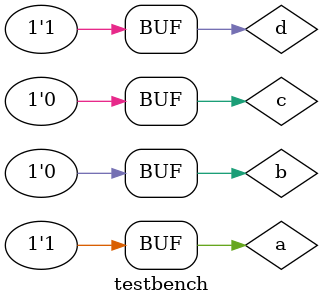
<source format=v>
`timescale 1ns/1ps
module testbench();
	reg a , b , c , d ;
	wire o1,o2,o3,o4,o5,o6,o7;

	//Instantiate DUT
	Built_in_Gates GATE(
		.a(a), .b(b), .c(c), .d(d),
		.o1(o1), .o2(o2), .o3(o3), .o4(o4), .o5(o5), .o6(o6), .o7(o7)
	);


	//Stimulus
	initial begin
		#1;
		a=0; b=1; c=1; d=0;
		#1;
		a=1; b=0; c=0; d=1;
	end
endmodule

</source>
